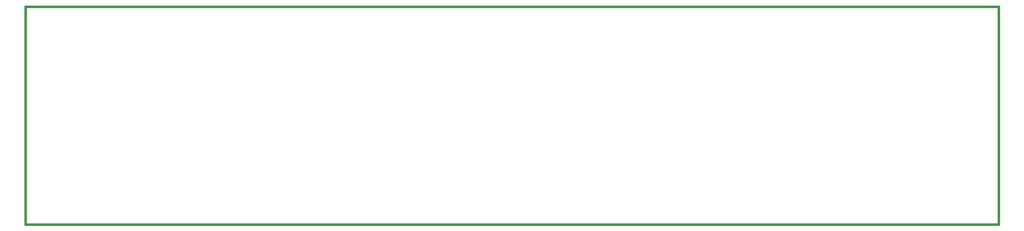
<source format=gm1>
G04 #@! TF.FileFunction,Profile,NP*
%FSLAX46Y46*%
G04 Gerber Fmt 4.6, Leading zero omitted, Abs format (unit mm)*
G04 Created by KiCad (PCBNEW 4.0.7-e2-6376~58~ubuntu16.04.1) date Fri Mar  9 14:48:57 2018*
%MOMM*%
%LPD*%
G01*
G04 APERTURE LIST*
%ADD10C,0.150000*%
%ADD11C,0.381000*%
G04 APERTURE END LIST*
D10*
D11*
X50800000Y-50800000D02*
X212979000Y-50800000D01*
X50800000Y-87122000D02*
X50800000Y-50800000D01*
X212979000Y-87122000D02*
X212979000Y-50800000D01*
X50800000Y-87122000D02*
X212979000Y-87122000D01*
M02*

</source>
